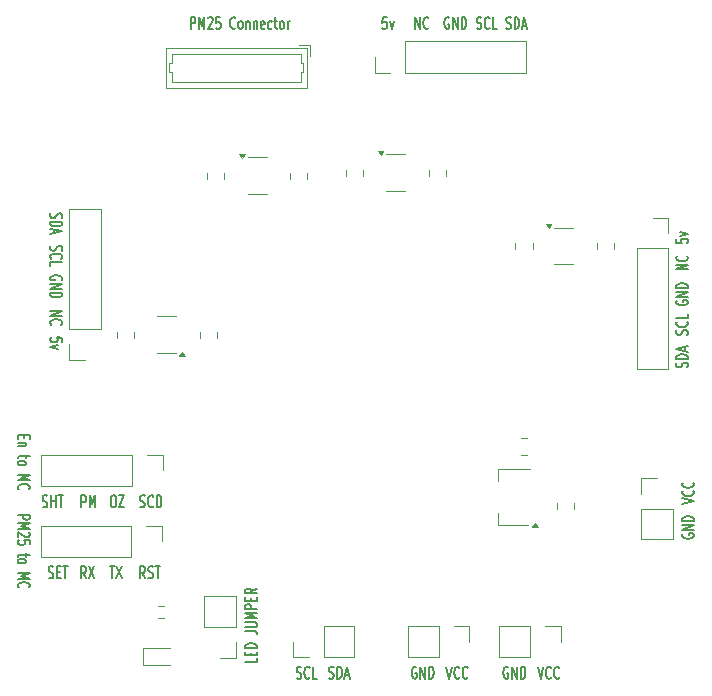
<source format=gbr>
%TF.GenerationSoftware,KiCad,Pcbnew,8.0.6*%
%TF.CreationDate,2025-03-18T14:58:07-04:00*%
%TF.ProjectId,PCB-Test,5043422d-5465-4737-942e-6b696361645f,rev?*%
%TF.SameCoordinates,Original*%
%TF.FileFunction,Legend,Top*%
%TF.FilePolarity,Positive*%
%FSLAX46Y46*%
G04 Gerber Fmt 4.6, Leading zero omitted, Abs format (unit mm)*
G04 Created by KiCad (PCBNEW 8.0.6) date 2025-03-18 14:58:07*
%MOMM*%
%LPD*%
G01*
G04 APERTURE LIST*
%ADD10C,0.150000*%
%ADD11C,0.120000*%
G04 APERTURE END LIST*
D10*
X165515350Y-53369819D02*
X165515350Y-52369819D01*
X165515350Y-52369819D02*
X165782017Y-52369819D01*
X165782017Y-52369819D02*
X165848684Y-52417438D01*
X165848684Y-52417438D02*
X165882017Y-52465057D01*
X165882017Y-52465057D02*
X165915350Y-52560295D01*
X165915350Y-52560295D02*
X165915350Y-52703152D01*
X165915350Y-52703152D02*
X165882017Y-52798390D01*
X165882017Y-52798390D02*
X165848684Y-52846009D01*
X165848684Y-52846009D02*
X165782017Y-52893628D01*
X165782017Y-52893628D02*
X165515350Y-52893628D01*
X166215350Y-53369819D02*
X166215350Y-52369819D01*
X166215350Y-52369819D02*
X166448684Y-53084104D01*
X166448684Y-53084104D02*
X166682017Y-52369819D01*
X166682017Y-52369819D02*
X166682017Y-53369819D01*
X166982017Y-52465057D02*
X167015350Y-52417438D01*
X167015350Y-52417438D02*
X167082017Y-52369819D01*
X167082017Y-52369819D02*
X167248684Y-52369819D01*
X167248684Y-52369819D02*
X167315350Y-52417438D01*
X167315350Y-52417438D02*
X167348684Y-52465057D01*
X167348684Y-52465057D02*
X167382017Y-52560295D01*
X167382017Y-52560295D02*
X167382017Y-52655533D01*
X167382017Y-52655533D02*
X167348684Y-52798390D01*
X167348684Y-52798390D02*
X166948684Y-53369819D01*
X166948684Y-53369819D02*
X167382017Y-53369819D01*
X168015351Y-52369819D02*
X167682017Y-52369819D01*
X167682017Y-52369819D02*
X167648684Y-52846009D01*
X167648684Y-52846009D02*
X167682017Y-52798390D01*
X167682017Y-52798390D02*
X167748684Y-52750771D01*
X167748684Y-52750771D02*
X167915351Y-52750771D01*
X167915351Y-52750771D02*
X167982017Y-52798390D01*
X167982017Y-52798390D02*
X168015351Y-52846009D01*
X168015351Y-52846009D02*
X168048684Y-52941247D01*
X168048684Y-52941247D02*
X168048684Y-53179342D01*
X168048684Y-53179342D02*
X168015351Y-53274580D01*
X168015351Y-53274580D02*
X167982017Y-53322200D01*
X167982017Y-53322200D02*
X167915351Y-53369819D01*
X167915351Y-53369819D02*
X167748684Y-53369819D01*
X167748684Y-53369819D02*
X167682017Y-53322200D01*
X167682017Y-53322200D02*
X167648684Y-53274580D01*
X169282017Y-53274580D02*
X169248684Y-53322200D01*
X169248684Y-53322200D02*
X169148684Y-53369819D01*
X169148684Y-53369819D02*
X169082017Y-53369819D01*
X169082017Y-53369819D02*
X168982017Y-53322200D01*
X168982017Y-53322200D02*
X168915351Y-53226961D01*
X168915351Y-53226961D02*
X168882017Y-53131723D01*
X168882017Y-53131723D02*
X168848684Y-52941247D01*
X168848684Y-52941247D02*
X168848684Y-52798390D01*
X168848684Y-52798390D02*
X168882017Y-52607914D01*
X168882017Y-52607914D02*
X168915351Y-52512676D01*
X168915351Y-52512676D02*
X168982017Y-52417438D01*
X168982017Y-52417438D02*
X169082017Y-52369819D01*
X169082017Y-52369819D02*
X169148684Y-52369819D01*
X169148684Y-52369819D02*
X169248684Y-52417438D01*
X169248684Y-52417438D02*
X169282017Y-52465057D01*
X169682017Y-53369819D02*
X169615351Y-53322200D01*
X169615351Y-53322200D02*
X169582017Y-53274580D01*
X169582017Y-53274580D02*
X169548684Y-53179342D01*
X169548684Y-53179342D02*
X169548684Y-52893628D01*
X169548684Y-52893628D02*
X169582017Y-52798390D01*
X169582017Y-52798390D02*
X169615351Y-52750771D01*
X169615351Y-52750771D02*
X169682017Y-52703152D01*
X169682017Y-52703152D02*
X169782017Y-52703152D01*
X169782017Y-52703152D02*
X169848684Y-52750771D01*
X169848684Y-52750771D02*
X169882017Y-52798390D01*
X169882017Y-52798390D02*
X169915351Y-52893628D01*
X169915351Y-52893628D02*
X169915351Y-53179342D01*
X169915351Y-53179342D02*
X169882017Y-53274580D01*
X169882017Y-53274580D02*
X169848684Y-53322200D01*
X169848684Y-53322200D02*
X169782017Y-53369819D01*
X169782017Y-53369819D02*
X169682017Y-53369819D01*
X170215350Y-52703152D02*
X170215350Y-53369819D01*
X170215350Y-52798390D02*
X170248684Y-52750771D01*
X170248684Y-52750771D02*
X170315350Y-52703152D01*
X170315350Y-52703152D02*
X170415350Y-52703152D01*
X170415350Y-52703152D02*
X170482017Y-52750771D01*
X170482017Y-52750771D02*
X170515350Y-52846009D01*
X170515350Y-52846009D02*
X170515350Y-53369819D01*
X170848683Y-52703152D02*
X170848683Y-53369819D01*
X170848683Y-52798390D02*
X170882017Y-52750771D01*
X170882017Y-52750771D02*
X170948683Y-52703152D01*
X170948683Y-52703152D02*
X171048683Y-52703152D01*
X171048683Y-52703152D02*
X171115350Y-52750771D01*
X171115350Y-52750771D02*
X171148683Y-52846009D01*
X171148683Y-52846009D02*
X171148683Y-53369819D01*
X171748683Y-53322200D02*
X171682016Y-53369819D01*
X171682016Y-53369819D02*
X171548683Y-53369819D01*
X171548683Y-53369819D02*
X171482016Y-53322200D01*
X171482016Y-53322200D02*
X171448683Y-53226961D01*
X171448683Y-53226961D02*
X171448683Y-52846009D01*
X171448683Y-52846009D02*
X171482016Y-52750771D01*
X171482016Y-52750771D02*
X171548683Y-52703152D01*
X171548683Y-52703152D02*
X171682016Y-52703152D01*
X171682016Y-52703152D02*
X171748683Y-52750771D01*
X171748683Y-52750771D02*
X171782016Y-52846009D01*
X171782016Y-52846009D02*
X171782016Y-52941247D01*
X171782016Y-52941247D02*
X171448683Y-53036485D01*
X172382016Y-53322200D02*
X172315350Y-53369819D01*
X172315350Y-53369819D02*
X172182016Y-53369819D01*
X172182016Y-53369819D02*
X172115350Y-53322200D01*
X172115350Y-53322200D02*
X172082016Y-53274580D01*
X172082016Y-53274580D02*
X172048683Y-53179342D01*
X172048683Y-53179342D02*
X172048683Y-52893628D01*
X172048683Y-52893628D02*
X172082016Y-52798390D01*
X172082016Y-52798390D02*
X172115350Y-52750771D01*
X172115350Y-52750771D02*
X172182016Y-52703152D01*
X172182016Y-52703152D02*
X172315350Y-52703152D01*
X172315350Y-52703152D02*
X172382016Y-52750771D01*
X172582016Y-52703152D02*
X172848683Y-52703152D01*
X172682016Y-52369819D02*
X172682016Y-53226961D01*
X172682016Y-53226961D02*
X172715350Y-53322200D01*
X172715350Y-53322200D02*
X172782016Y-53369819D01*
X172782016Y-53369819D02*
X172848683Y-53369819D01*
X173182016Y-53369819D02*
X173115350Y-53322200D01*
X173115350Y-53322200D02*
X173082016Y-53274580D01*
X173082016Y-53274580D02*
X173048683Y-53179342D01*
X173048683Y-53179342D02*
X173048683Y-52893628D01*
X173048683Y-52893628D02*
X173082016Y-52798390D01*
X173082016Y-52798390D02*
X173115350Y-52750771D01*
X173115350Y-52750771D02*
X173182016Y-52703152D01*
X173182016Y-52703152D02*
X173282016Y-52703152D01*
X173282016Y-52703152D02*
X173348683Y-52750771D01*
X173348683Y-52750771D02*
X173382016Y-52798390D01*
X173382016Y-52798390D02*
X173415350Y-52893628D01*
X173415350Y-52893628D02*
X173415350Y-53179342D01*
X173415350Y-53179342D02*
X173382016Y-53274580D01*
X173382016Y-53274580D02*
X173348683Y-53322200D01*
X173348683Y-53322200D02*
X173282016Y-53369819D01*
X173282016Y-53369819D02*
X173182016Y-53369819D01*
X173715349Y-53369819D02*
X173715349Y-52703152D01*
X173715349Y-52893628D02*
X173748683Y-52798390D01*
X173748683Y-52798390D02*
X173782016Y-52750771D01*
X173782016Y-52750771D02*
X173848683Y-52703152D01*
X173848683Y-52703152D02*
X173915349Y-52703152D01*
X207572200Y-79267982D02*
X207619819Y-79167982D01*
X207619819Y-79167982D02*
X207619819Y-79001316D01*
X207619819Y-79001316D02*
X207572200Y-78934649D01*
X207572200Y-78934649D02*
X207524580Y-78901316D01*
X207524580Y-78901316D02*
X207429342Y-78867982D01*
X207429342Y-78867982D02*
X207334104Y-78867982D01*
X207334104Y-78867982D02*
X207238866Y-78901316D01*
X207238866Y-78901316D02*
X207191247Y-78934649D01*
X207191247Y-78934649D02*
X207143628Y-79001316D01*
X207143628Y-79001316D02*
X207096009Y-79134649D01*
X207096009Y-79134649D02*
X207048390Y-79201316D01*
X207048390Y-79201316D02*
X207000771Y-79234649D01*
X207000771Y-79234649D02*
X206905533Y-79267982D01*
X206905533Y-79267982D02*
X206810295Y-79267982D01*
X206810295Y-79267982D02*
X206715057Y-79234649D01*
X206715057Y-79234649D02*
X206667438Y-79201316D01*
X206667438Y-79201316D02*
X206619819Y-79134649D01*
X206619819Y-79134649D02*
X206619819Y-78967982D01*
X206619819Y-78967982D02*
X206667438Y-78867982D01*
X207524580Y-78167982D02*
X207572200Y-78201315D01*
X207572200Y-78201315D02*
X207619819Y-78301315D01*
X207619819Y-78301315D02*
X207619819Y-78367982D01*
X207619819Y-78367982D02*
X207572200Y-78467982D01*
X207572200Y-78467982D02*
X207476961Y-78534649D01*
X207476961Y-78534649D02*
X207381723Y-78567982D01*
X207381723Y-78567982D02*
X207191247Y-78601315D01*
X207191247Y-78601315D02*
X207048390Y-78601315D01*
X207048390Y-78601315D02*
X206857914Y-78567982D01*
X206857914Y-78567982D02*
X206762676Y-78534649D01*
X206762676Y-78534649D02*
X206667438Y-78467982D01*
X206667438Y-78467982D02*
X206619819Y-78367982D01*
X206619819Y-78367982D02*
X206619819Y-78301315D01*
X206619819Y-78301315D02*
X206667438Y-78201315D01*
X206667438Y-78201315D02*
X206715057Y-78167982D01*
X207619819Y-77534649D02*
X207619819Y-77867982D01*
X207619819Y-77867982D02*
X206619819Y-77867982D01*
X192232017Y-53322200D02*
X192332017Y-53369819D01*
X192332017Y-53369819D02*
X192498684Y-53369819D01*
X192498684Y-53369819D02*
X192565350Y-53322200D01*
X192565350Y-53322200D02*
X192598684Y-53274580D01*
X192598684Y-53274580D02*
X192632017Y-53179342D01*
X192632017Y-53179342D02*
X192632017Y-53084104D01*
X192632017Y-53084104D02*
X192598684Y-52988866D01*
X192598684Y-52988866D02*
X192565350Y-52941247D01*
X192565350Y-52941247D02*
X192498684Y-52893628D01*
X192498684Y-52893628D02*
X192365350Y-52846009D01*
X192365350Y-52846009D02*
X192298684Y-52798390D01*
X192298684Y-52798390D02*
X192265350Y-52750771D01*
X192265350Y-52750771D02*
X192232017Y-52655533D01*
X192232017Y-52655533D02*
X192232017Y-52560295D01*
X192232017Y-52560295D02*
X192265350Y-52465057D01*
X192265350Y-52465057D02*
X192298684Y-52417438D01*
X192298684Y-52417438D02*
X192365350Y-52369819D01*
X192365350Y-52369819D02*
X192532017Y-52369819D01*
X192532017Y-52369819D02*
X192632017Y-52417438D01*
X192932017Y-53369819D02*
X192932017Y-52369819D01*
X192932017Y-52369819D02*
X193098684Y-52369819D01*
X193098684Y-52369819D02*
X193198684Y-52417438D01*
X193198684Y-52417438D02*
X193265351Y-52512676D01*
X193265351Y-52512676D02*
X193298684Y-52607914D01*
X193298684Y-52607914D02*
X193332017Y-52798390D01*
X193332017Y-52798390D02*
X193332017Y-52941247D01*
X193332017Y-52941247D02*
X193298684Y-53131723D01*
X193298684Y-53131723D02*
X193265351Y-53226961D01*
X193265351Y-53226961D02*
X193198684Y-53322200D01*
X193198684Y-53322200D02*
X193098684Y-53369819D01*
X193098684Y-53369819D02*
X192932017Y-53369819D01*
X193598684Y-53084104D02*
X193932017Y-53084104D01*
X193532017Y-53369819D02*
X193765351Y-52369819D01*
X193765351Y-52369819D02*
X193998684Y-53369819D01*
X153677800Y-68982017D02*
X153630180Y-69082017D01*
X153630180Y-69082017D02*
X153630180Y-69248684D01*
X153630180Y-69248684D02*
X153677800Y-69315350D01*
X153677800Y-69315350D02*
X153725419Y-69348684D01*
X153725419Y-69348684D02*
X153820657Y-69382017D01*
X153820657Y-69382017D02*
X153915895Y-69382017D01*
X153915895Y-69382017D02*
X154011133Y-69348684D01*
X154011133Y-69348684D02*
X154058752Y-69315350D01*
X154058752Y-69315350D02*
X154106371Y-69248684D01*
X154106371Y-69248684D02*
X154153990Y-69115350D01*
X154153990Y-69115350D02*
X154201609Y-69048684D01*
X154201609Y-69048684D02*
X154249228Y-69015350D01*
X154249228Y-69015350D02*
X154344466Y-68982017D01*
X154344466Y-68982017D02*
X154439704Y-68982017D01*
X154439704Y-68982017D02*
X154534942Y-69015350D01*
X154534942Y-69015350D02*
X154582561Y-69048684D01*
X154582561Y-69048684D02*
X154630180Y-69115350D01*
X154630180Y-69115350D02*
X154630180Y-69282017D01*
X154630180Y-69282017D02*
X154582561Y-69382017D01*
X153630180Y-69682017D02*
X154630180Y-69682017D01*
X154630180Y-69682017D02*
X154630180Y-69848684D01*
X154630180Y-69848684D02*
X154582561Y-69948684D01*
X154582561Y-69948684D02*
X154487323Y-70015351D01*
X154487323Y-70015351D02*
X154392085Y-70048684D01*
X154392085Y-70048684D02*
X154201609Y-70082017D01*
X154201609Y-70082017D02*
X154058752Y-70082017D01*
X154058752Y-70082017D02*
X153868276Y-70048684D01*
X153868276Y-70048684D02*
X153773038Y-70015351D01*
X153773038Y-70015351D02*
X153677800Y-69948684D01*
X153677800Y-69948684D02*
X153630180Y-69848684D01*
X153630180Y-69848684D02*
X153630180Y-69682017D01*
X153915895Y-70348684D02*
X153915895Y-70682017D01*
X153630180Y-70282017D02*
X154630180Y-70515351D01*
X154630180Y-70515351D02*
X153630180Y-70748684D01*
X187165350Y-107369819D02*
X187398684Y-108369819D01*
X187398684Y-108369819D02*
X187632017Y-107369819D01*
X188265350Y-108274580D02*
X188232017Y-108322200D01*
X188232017Y-108322200D02*
X188132017Y-108369819D01*
X188132017Y-108369819D02*
X188065350Y-108369819D01*
X188065350Y-108369819D02*
X187965350Y-108322200D01*
X187965350Y-108322200D02*
X187898684Y-108226961D01*
X187898684Y-108226961D02*
X187865350Y-108131723D01*
X187865350Y-108131723D02*
X187832017Y-107941247D01*
X187832017Y-107941247D02*
X187832017Y-107798390D01*
X187832017Y-107798390D02*
X187865350Y-107607914D01*
X187865350Y-107607914D02*
X187898684Y-107512676D01*
X187898684Y-107512676D02*
X187965350Y-107417438D01*
X187965350Y-107417438D02*
X188065350Y-107369819D01*
X188065350Y-107369819D02*
X188132017Y-107369819D01*
X188132017Y-107369819D02*
X188232017Y-107417438D01*
X188232017Y-107417438D02*
X188265350Y-107465057D01*
X188965350Y-108274580D02*
X188932017Y-108322200D01*
X188932017Y-108322200D02*
X188832017Y-108369819D01*
X188832017Y-108369819D02*
X188765350Y-108369819D01*
X188765350Y-108369819D02*
X188665350Y-108322200D01*
X188665350Y-108322200D02*
X188598684Y-108226961D01*
X188598684Y-108226961D02*
X188565350Y-108131723D01*
X188565350Y-108131723D02*
X188532017Y-107941247D01*
X188532017Y-107941247D02*
X188532017Y-107798390D01*
X188532017Y-107798390D02*
X188565350Y-107607914D01*
X188565350Y-107607914D02*
X188598684Y-107512676D01*
X188598684Y-107512676D02*
X188665350Y-107417438D01*
X188665350Y-107417438D02*
X188765350Y-107369819D01*
X188765350Y-107369819D02*
X188832017Y-107369819D01*
X188832017Y-107369819D02*
X188932017Y-107417438D01*
X188932017Y-107417438D02*
X188965350Y-107465057D01*
X150880180Y-94515350D02*
X151880180Y-94515350D01*
X151880180Y-94515350D02*
X151880180Y-94782017D01*
X151880180Y-94782017D02*
X151832561Y-94848684D01*
X151832561Y-94848684D02*
X151784942Y-94882017D01*
X151784942Y-94882017D02*
X151689704Y-94915350D01*
X151689704Y-94915350D02*
X151546847Y-94915350D01*
X151546847Y-94915350D02*
X151451609Y-94882017D01*
X151451609Y-94882017D02*
X151403990Y-94848684D01*
X151403990Y-94848684D02*
X151356371Y-94782017D01*
X151356371Y-94782017D02*
X151356371Y-94515350D01*
X150880180Y-95215350D02*
X151880180Y-95215350D01*
X151880180Y-95215350D02*
X151165895Y-95448684D01*
X151165895Y-95448684D02*
X151880180Y-95682017D01*
X151880180Y-95682017D02*
X150880180Y-95682017D01*
X151784942Y-95982017D02*
X151832561Y-96015350D01*
X151832561Y-96015350D02*
X151880180Y-96082017D01*
X151880180Y-96082017D02*
X151880180Y-96248684D01*
X151880180Y-96248684D02*
X151832561Y-96315350D01*
X151832561Y-96315350D02*
X151784942Y-96348684D01*
X151784942Y-96348684D02*
X151689704Y-96382017D01*
X151689704Y-96382017D02*
X151594466Y-96382017D01*
X151594466Y-96382017D02*
X151451609Y-96348684D01*
X151451609Y-96348684D02*
X150880180Y-95948684D01*
X150880180Y-95948684D02*
X150880180Y-96382017D01*
X151880180Y-97015351D02*
X151880180Y-96682017D01*
X151880180Y-96682017D02*
X151403990Y-96648684D01*
X151403990Y-96648684D02*
X151451609Y-96682017D01*
X151451609Y-96682017D02*
X151499228Y-96748684D01*
X151499228Y-96748684D02*
X151499228Y-96915351D01*
X151499228Y-96915351D02*
X151451609Y-96982017D01*
X151451609Y-96982017D02*
X151403990Y-97015351D01*
X151403990Y-97015351D02*
X151308752Y-97048684D01*
X151308752Y-97048684D02*
X151070657Y-97048684D01*
X151070657Y-97048684D02*
X150975419Y-97015351D01*
X150975419Y-97015351D02*
X150927800Y-96982017D01*
X150927800Y-96982017D02*
X150880180Y-96915351D01*
X150880180Y-96915351D02*
X150880180Y-96748684D01*
X150880180Y-96748684D02*
X150927800Y-96682017D01*
X150927800Y-96682017D02*
X150975419Y-96648684D01*
X151546847Y-97782017D02*
X151546847Y-98048684D01*
X151880180Y-97882017D02*
X151023038Y-97882017D01*
X151023038Y-97882017D02*
X150927800Y-97915351D01*
X150927800Y-97915351D02*
X150880180Y-97982017D01*
X150880180Y-97982017D02*
X150880180Y-98048684D01*
X150880180Y-98382017D02*
X150927800Y-98315351D01*
X150927800Y-98315351D02*
X150975419Y-98282017D01*
X150975419Y-98282017D02*
X151070657Y-98248684D01*
X151070657Y-98248684D02*
X151356371Y-98248684D01*
X151356371Y-98248684D02*
X151451609Y-98282017D01*
X151451609Y-98282017D02*
X151499228Y-98315351D01*
X151499228Y-98315351D02*
X151546847Y-98382017D01*
X151546847Y-98382017D02*
X151546847Y-98482017D01*
X151546847Y-98482017D02*
X151499228Y-98548684D01*
X151499228Y-98548684D02*
X151451609Y-98582017D01*
X151451609Y-98582017D02*
X151356371Y-98615351D01*
X151356371Y-98615351D02*
X151070657Y-98615351D01*
X151070657Y-98615351D02*
X150975419Y-98582017D01*
X150975419Y-98582017D02*
X150927800Y-98548684D01*
X150927800Y-98548684D02*
X150880180Y-98482017D01*
X150880180Y-98482017D02*
X150880180Y-98382017D01*
X150880180Y-99448683D02*
X151880180Y-99448683D01*
X151880180Y-99448683D02*
X151165895Y-99682017D01*
X151165895Y-99682017D02*
X151880180Y-99915350D01*
X151880180Y-99915350D02*
X150880180Y-99915350D01*
X150975419Y-100648683D02*
X150927800Y-100615350D01*
X150927800Y-100615350D02*
X150880180Y-100515350D01*
X150880180Y-100515350D02*
X150880180Y-100448683D01*
X150880180Y-100448683D02*
X150927800Y-100348683D01*
X150927800Y-100348683D02*
X151023038Y-100282017D01*
X151023038Y-100282017D02*
X151118276Y-100248683D01*
X151118276Y-100248683D02*
X151308752Y-100215350D01*
X151308752Y-100215350D02*
X151451609Y-100215350D01*
X151451609Y-100215350D02*
X151642085Y-100248683D01*
X151642085Y-100248683D02*
X151737323Y-100282017D01*
X151737323Y-100282017D02*
X151832561Y-100348683D01*
X151832561Y-100348683D02*
X151880180Y-100448683D01*
X151880180Y-100448683D02*
X151880180Y-100515350D01*
X151880180Y-100515350D02*
X151832561Y-100615350D01*
X151832561Y-100615350D02*
X151784942Y-100648683D01*
X174482017Y-108322200D02*
X174582017Y-108369819D01*
X174582017Y-108369819D02*
X174748684Y-108369819D01*
X174748684Y-108369819D02*
X174815350Y-108322200D01*
X174815350Y-108322200D02*
X174848684Y-108274580D01*
X174848684Y-108274580D02*
X174882017Y-108179342D01*
X174882017Y-108179342D02*
X174882017Y-108084104D01*
X174882017Y-108084104D02*
X174848684Y-107988866D01*
X174848684Y-107988866D02*
X174815350Y-107941247D01*
X174815350Y-107941247D02*
X174748684Y-107893628D01*
X174748684Y-107893628D02*
X174615350Y-107846009D01*
X174615350Y-107846009D02*
X174548684Y-107798390D01*
X174548684Y-107798390D02*
X174515350Y-107750771D01*
X174515350Y-107750771D02*
X174482017Y-107655533D01*
X174482017Y-107655533D02*
X174482017Y-107560295D01*
X174482017Y-107560295D02*
X174515350Y-107465057D01*
X174515350Y-107465057D02*
X174548684Y-107417438D01*
X174548684Y-107417438D02*
X174615350Y-107369819D01*
X174615350Y-107369819D02*
X174782017Y-107369819D01*
X174782017Y-107369819D02*
X174882017Y-107417438D01*
X175582017Y-108274580D02*
X175548684Y-108322200D01*
X175548684Y-108322200D02*
X175448684Y-108369819D01*
X175448684Y-108369819D02*
X175382017Y-108369819D01*
X175382017Y-108369819D02*
X175282017Y-108322200D01*
X175282017Y-108322200D02*
X175215351Y-108226961D01*
X175215351Y-108226961D02*
X175182017Y-108131723D01*
X175182017Y-108131723D02*
X175148684Y-107941247D01*
X175148684Y-107941247D02*
X175148684Y-107798390D01*
X175148684Y-107798390D02*
X175182017Y-107607914D01*
X175182017Y-107607914D02*
X175215351Y-107512676D01*
X175215351Y-107512676D02*
X175282017Y-107417438D01*
X175282017Y-107417438D02*
X175382017Y-107369819D01*
X175382017Y-107369819D02*
X175448684Y-107369819D01*
X175448684Y-107369819D02*
X175548684Y-107417438D01*
X175548684Y-107417438D02*
X175582017Y-107465057D01*
X176215351Y-108369819D02*
X175882017Y-108369819D01*
X175882017Y-108369819D02*
X175882017Y-107369819D01*
X153482017Y-99822200D02*
X153582017Y-99869819D01*
X153582017Y-99869819D02*
X153748684Y-99869819D01*
X153748684Y-99869819D02*
X153815350Y-99822200D01*
X153815350Y-99822200D02*
X153848684Y-99774580D01*
X153848684Y-99774580D02*
X153882017Y-99679342D01*
X153882017Y-99679342D02*
X153882017Y-99584104D01*
X153882017Y-99584104D02*
X153848684Y-99488866D01*
X153848684Y-99488866D02*
X153815350Y-99441247D01*
X153815350Y-99441247D02*
X153748684Y-99393628D01*
X153748684Y-99393628D02*
X153615350Y-99346009D01*
X153615350Y-99346009D02*
X153548684Y-99298390D01*
X153548684Y-99298390D02*
X153515350Y-99250771D01*
X153515350Y-99250771D02*
X153482017Y-99155533D01*
X153482017Y-99155533D02*
X153482017Y-99060295D01*
X153482017Y-99060295D02*
X153515350Y-98965057D01*
X153515350Y-98965057D02*
X153548684Y-98917438D01*
X153548684Y-98917438D02*
X153615350Y-98869819D01*
X153615350Y-98869819D02*
X153782017Y-98869819D01*
X153782017Y-98869819D02*
X153882017Y-98917438D01*
X154182017Y-99346009D02*
X154415351Y-99346009D01*
X154515351Y-99869819D02*
X154182017Y-99869819D01*
X154182017Y-99869819D02*
X154182017Y-98869819D01*
X154182017Y-98869819D02*
X154515351Y-98869819D01*
X154715350Y-98869819D02*
X155115350Y-98869819D01*
X154915350Y-99869819D02*
X154915350Y-98869819D01*
X156665350Y-99869819D02*
X156432017Y-99393628D01*
X156265350Y-99869819D02*
X156265350Y-98869819D01*
X156265350Y-98869819D02*
X156532017Y-98869819D01*
X156532017Y-98869819D02*
X156598684Y-98917438D01*
X156598684Y-98917438D02*
X156632017Y-98965057D01*
X156632017Y-98965057D02*
X156665350Y-99060295D01*
X156665350Y-99060295D02*
X156665350Y-99203152D01*
X156665350Y-99203152D02*
X156632017Y-99298390D01*
X156632017Y-99298390D02*
X156598684Y-99346009D01*
X156598684Y-99346009D02*
X156532017Y-99393628D01*
X156532017Y-99393628D02*
X156265350Y-99393628D01*
X156898684Y-98869819D02*
X157365350Y-99869819D01*
X157365350Y-98869819D02*
X156898684Y-99869819D01*
X206619819Y-71151316D02*
X206619819Y-71484649D01*
X206619819Y-71484649D02*
X207096009Y-71517982D01*
X207096009Y-71517982D02*
X207048390Y-71484649D01*
X207048390Y-71484649D02*
X207000771Y-71417982D01*
X207000771Y-71417982D02*
X207000771Y-71251316D01*
X207000771Y-71251316D02*
X207048390Y-71184649D01*
X207048390Y-71184649D02*
X207096009Y-71151316D01*
X207096009Y-71151316D02*
X207191247Y-71117982D01*
X207191247Y-71117982D02*
X207429342Y-71117982D01*
X207429342Y-71117982D02*
X207524580Y-71151316D01*
X207524580Y-71151316D02*
X207572200Y-71184649D01*
X207572200Y-71184649D02*
X207619819Y-71251316D01*
X207619819Y-71251316D02*
X207619819Y-71417982D01*
X207619819Y-71417982D02*
X207572200Y-71484649D01*
X207572200Y-71484649D02*
X207524580Y-71517982D01*
X206953152Y-70884649D02*
X207619819Y-70717982D01*
X207619819Y-70717982D02*
X206953152Y-70551315D01*
X187382017Y-52417438D02*
X187315350Y-52369819D01*
X187315350Y-52369819D02*
X187215350Y-52369819D01*
X187215350Y-52369819D02*
X187115350Y-52417438D01*
X187115350Y-52417438D02*
X187048684Y-52512676D01*
X187048684Y-52512676D02*
X187015350Y-52607914D01*
X187015350Y-52607914D02*
X186982017Y-52798390D01*
X186982017Y-52798390D02*
X186982017Y-52941247D01*
X186982017Y-52941247D02*
X187015350Y-53131723D01*
X187015350Y-53131723D02*
X187048684Y-53226961D01*
X187048684Y-53226961D02*
X187115350Y-53322200D01*
X187115350Y-53322200D02*
X187215350Y-53369819D01*
X187215350Y-53369819D02*
X187282017Y-53369819D01*
X187282017Y-53369819D02*
X187382017Y-53322200D01*
X187382017Y-53322200D02*
X187415350Y-53274580D01*
X187415350Y-53274580D02*
X187415350Y-52941247D01*
X187415350Y-52941247D02*
X187282017Y-52941247D01*
X187715350Y-53369819D02*
X187715350Y-52369819D01*
X187715350Y-52369819D02*
X188115350Y-53369819D01*
X188115350Y-53369819D02*
X188115350Y-52369819D01*
X188448683Y-53369819D02*
X188448683Y-52369819D01*
X188448683Y-52369819D02*
X188615350Y-52369819D01*
X188615350Y-52369819D02*
X188715350Y-52417438D01*
X188715350Y-52417438D02*
X188782017Y-52512676D01*
X188782017Y-52512676D02*
X188815350Y-52607914D01*
X188815350Y-52607914D02*
X188848683Y-52798390D01*
X188848683Y-52798390D02*
X188848683Y-52941247D01*
X188848683Y-52941247D02*
X188815350Y-53131723D01*
X188815350Y-53131723D02*
X188782017Y-53226961D01*
X188782017Y-53226961D02*
X188715350Y-53322200D01*
X188715350Y-53322200D02*
X188615350Y-53369819D01*
X188615350Y-53369819D02*
X188448683Y-53369819D01*
X207619819Y-73734649D02*
X206619819Y-73734649D01*
X206619819Y-73734649D02*
X207619819Y-73334649D01*
X207619819Y-73334649D02*
X206619819Y-73334649D01*
X207524580Y-72601316D02*
X207572200Y-72634649D01*
X207572200Y-72634649D02*
X207619819Y-72734649D01*
X207619819Y-72734649D02*
X207619819Y-72801316D01*
X207619819Y-72801316D02*
X207572200Y-72901316D01*
X207572200Y-72901316D02*
X207476961Y-72967983D01*
X207476961Y-72967983D02*
X207381723Y-73001316D01*
X207381723Y-73001316D02*
X207191247Y-73034649D01*
X207191247Y-73034649D02*
X207048390Y-73034649D01*
X207048390Y-73034649D02*
X206857914Y-73001316D01*
X206857914Y-73001316D02*
X206762676Y-72967983D01*
X206762676Y-72967983D02*
X206667438Y-72901316D01*
X206667438Y-72901316D02*
X206619819Y-72801316D01*
X206619819Y-72801316D02*
X206619819Y-72734649D01*
X206619819Y-72734649D02*
X206667438Y-72634649D01*
X206667438Y-72634649D02*
X206715057Y-72601316D01*
X192382017Y-107417438D02*
X192315350Y-107369819D01*
X192315350Y-107369819D02*
X192215350Y-107369819D01*
X192215350Y-107369819D02*
X192115350Y-107417438D01*
X192115350Y-107417438D02*
X192048684Y-107512676D01*
X192048684Y-107512676D02*
X192015350Y-107607914D01*
X192015350Y-107607914D02*
X191982017Y-107798390D01*
X191982017Y-107798390D02*
X191982017Y-107941247D01*
X191982017Y-107941247D02*
X192015350Y-108131723D01*
X192015350Y-108131723D02*
X192048684Y-108226961D01*
X192048684Y-108226961D02*
X192115350Y-108322200D01*
X192115350Y-108322200D02*
X192215350Y-108369819D01*
X192215350Y-108369819D02*
X192282017Y-108369819D01*
X192282017Y-108369819D02*
X192382017Y-108322200D01*
X192382017Y-108322200D02*
X192415350Y-108274580D01*
X192415350Y-108274580D02*
X192415350Y-107941247D01*
X192415350Y-107941247D02*
X192282017Y-107941247D01*
X192715350Y-108369819D02*
X192715350Y-107369819D01*
X192715350Y-107369819D02*
X193115350Y-108369819D01*
X193115350Y-108369819D02*
X193115350Y-107369819D01*
X193448683Y-108369819D02*
X193448683Y-107369819D01*
X193448683Y-107369819D02*
X193615350Y-107369819D01*
X193615350Y-107369819D02*
X193715350Y-107417438D01*
X193715350Y-107417438D02*
X193782017Y-107512676D01*
X193782017Y-107512676D02*
X193815350Y-107607914D01*
X193815350Y-107607914D02*
X193848683Y-107798390D01*
X193848683Y-107798390D02*
X193848683Y-107941247D01*
X193848683Y-107941247D02*
X193815350Y-108131723D01*
X193815350Y-108131723D02*
X193782017Y-108226961D01*
X193782017Y-108226961D02*
X193715350Y-108322200D01*
X193715350Y-108322200D02*
X193615350Y-108369819D01*
X193615350Y-108369819D02*
X193448683Y-108369819D01*
X194915350Y-107369819D02*
X195148684Y-108369819D01*
X195148684Y-108369819D02*
X195382017Y-107369819D01*
X196015350Y-108274580D02*
X195982017Y-108322200D01*
X195982017Y-108322200D02*
X195882017Y-108369819D01*
X195882017Y-108369819D02*
X195815350Y-108369819D01*
X195815350Y-108369819D02*
X195715350Y-108322200D01*
X195715350Y-108322200D02*
X195648684Y-108226961D01*
X195648684Y-108226961D02*
X195615350Y-108131723D01*
X195615350Y-108131723D02*
X195582017Y-107941247D01*
X195582017Y-107941247D02*
X195582017Y-107798390D01*
X195582017Y-107798390D02*
X195615350Y-107607914D01*
X195615350Y-107607914D02*
X195648684Y-107512676D01*
X195648684Y-107512676D02*
X195715350Y-107417438D01*
X195715350Y-107417438D02*
X195815350Y-107369819D01*
X195815350Y-107369819D02*
X195882017Y-107369819D01*
X195882017Y-107369819D02*
X195982017Y-107417438D01*
X195982017Y-107417438D02*
X196015350Y-107465057D01*
X196715350Y-108274580D02*
X196682017Y-108322200D01*
X196682017Y-108322200D02*
X196582017Y-108369819D01*
X196582017Y-108369819D02*
X196515350Y-108369819D01*
X196515350Y-108369819D02*
X196415350Y-108322200D01*
X196415350Y-108322200D02*
X196348684Y-108226961D01*
X196348684Y-108226961D02*
X196315350Y-108131723D01*
X196315350Y-108131723D02*
X196282017Y-107941247D01*
X196282017Y-107941247D02*
X196282017Y-107798390D01*
X196282017Y-107798390D02*
X196315350Y-107607914D01*
X196315350Y-107607914D02*
X196348684Y-107512676D01*
X196348684Y-107512676D02*
X196415350Y-107417438D01*
X196415350Y-107417438D02*
X196515350Y-107369819D01*
X196515350Y-107369819D02*
X196582017Y-107369819D01*
X196582017Y-107369819D02*
X196682017Y-107417438D01*
X196682017Y-107417438D02*
X196715350Y-107465057D01*
X156265350Y-93869819D02*
X156265350Y-92869819D01*
X156265350Y-92869819D02*
X156532017Y-92869819D01*
X156532017Y-92869819D02*
X156598684Y-92917438D01*
X156598684Y-92917438D02*
X156632017Y-92965057D01*
X156632017Y-92965057D02*
X156665350Y-93060295D01*
X156665350Y-93060295D02*
X156665350Y-93203152D01*
X156665350Y-93203152D02*
X156632017Y-93298390D01*
X156632017Y-93298390D02*
X156598684Y-93346009D01*
X156598684Y-93346009D02*
X156532017Y-93393628D01*
X156532017Y-93393628D02*
X156265350Y-93393628D01*
X156965350Y-93869819D02*
X156965350Y-92869819D01*
X156965350Y-92869819D02*
X157198684Y-93584104D01*
X157198684Y-93584104D02*
X157432017Y-92869819D01*
X157432017Y-92869819D02*
X157432017Y-93869819D01*
X154630180Y-79848684D02*
X154630180Y-79515350D01*
X154630180Y-79515350D02*
X154153990Y-79482017D01*
X154153990Y-79482017D02*
X154201609Y-79515350D01*
X154201609Y-79515350D02*
X154249228Y-79582017D01*
X154249228Y-79582017D02*
X154249228Y-79748684D01*
X154249228Y-79748684D02*
X154201609Y-79815350D01*
X154201609Y-79815350D02*
X154153990Y-79848684D01*
X154153990Y-79848684D02*
X154058752Y-79882017D01*
X154058752Y-79882017D02*
X153820657Y-79882017D01*
X153820657Y-79882017D02*
X153725419Y-79848684D01*
X153725419Y-79848684D02*
X153677800Y-79815350D01*
X153677800Y-79815350D02*
X153630180Y-79748684D01*
X153630180Y-79748684D02*
X153630180Y-79582017D01*
X153630180Y-79582017D02*
X153677800Y-79515350D01*
X153677800Y-79515350D02*
X153725419Y-79482017D01*
X154296847Y-80115351D02*
X153630180Y-80282017D01*
X153630180Y-80282017D02*
X154296847Y-80448684D01*
X158898684Y-92869819D02*
X159032017Y-92869819D01*
X159032017Y-92869819D02*
X159098684Y-92917438D01*
X159098684Y-92917438D02*
X159165350Y-93012676D01*
X159165350Y-93012676D02*
X159198684Y-93203152D01*
X159198684Y-93203152D02*
X159198684Y-93536485D01*
X159198684Y-93536485D02*
X159165350Y-93726961D01*
X159165350Y-93726961D02*
X159098684Y-93822200D01*
X159098684Y-93822200D02*
X159032017Y-93869819D01*
X159032017Y-93869819D02*
X158898684Y-93869819D01*
X158898684Y-93869819D02*
X158832017Y-93822200D01*
X158832017Y-93822200D02*
X158765350Y-93726961D01*
X158765350Y-93726961D02*
X158732017Y-93536485D01*
X158732017Y-93536485D02*
X158732017Y-93203152D01*
X158732017Y-93203152D02*
X158765350Y-93012676D01*
X158765350Y-93012676D02*
X158832017Y-92917438D01*
X158832017Y-92917438D02*
X158898684Y-92869819D01*
X159432017Y-92869819D02*
X159898683Y-92869819D01*
X159898683Y-92869819D02*
X159432017Y-93869819D01*
X159432017Y-93869819D02*
X159898683Y-93869819D01*
X153630180Y-77265350D02*
X154630180Y-77265350D01*
X154630180Y-77265350D02*
X153630180Y-77665350D01*
X153630180Y-77665350D02*
X154630180Y-77665350D01*
X153725419Y-78398683D02*
X153677800Y-78365350D01*
X153677800Y-78365350D02*
X153630180Y-78265350D01*
X153630180Y-78265350D02*
X153630180Y-78198683D01*
X153630180Y-78198683D02*
X153677800Y-78098683D01*
X153677800Y-78098683D02*
X153773038Y-78032017D01*
X153773038Y-78032017D02*
X153868276Y-77998683D01*
X153868276Y-77998683D02*
X154058752Y-77965350D01*
X154058752Y-77965350D02*
X154201609Y-77965350D01*
X154201609Y-77965350D02*
X154392085Y-77998683D01*
X154392085Y-77998683D02*
X154487323Y-78032017D01*
X154487323Y-78032017D02*
X154582561Y-78098683D01*
X154582561Y-78098683D02*
X154630180Y-78198683D01*
X154630180Y-78198683D02*
X154630180Y-78265350D01*
X154630180Y-78265350D02*
X154582561Y-78365350D01*
X154582561Y-78365350D02*
X154534942Y-78398683D01*
X151403990Y-87765350D02*
X151403990Y-87998684D01*
X150880180Y-88098684D02*
X150880180Y-87765350D01*
X150880180Y-87765350D02*
X151880180Y-87765350D01*
X151880180Y-87765350D02*
X151880180Y-88098684D01*
X151546847Y-88398683D02*
X150880180Y-88398683D01*
X151451609Y-88398683D02*
X151499228Y-88432017D01*
X151499228Y-88432017D02*
X151546847Y-88498683D01*
X151546847Y-88498683D02*
X151546847Y-88598683D01*
X151546847Y-88598683D02*
X151499228Y-88665350D01*
X151499228Y-88665350D02*
X151403990Y-88698683D01*
X151403990Y-88698683D02*
X150880180Y-88698683D01*
X151546847Y-89465349D02*
X151546847Y-89732016D01*
X151880180Y-89565349D02*
X151023038Y-89565349D01*
X151023038Y-89565349D02*
X150927800Y-89598683D01*
X150927800Y-89598683D02*
X150880180Y-89665349D01*
X150880180Y-89665349D02*
X150880180Y-89732016D01*
X150880180Y-90065349D02*
X150927800Y-89998683D01*
X150927800Y-89998683D02*
X150975419Y-89965349D01*
X150975419Y-89965349D02*
X151070657Y-89932016D01*
X151070657Y-89932016D02*
X151356371Y-89932016D01*
X151356371Y-89932016D02*
X151451609Y-89965349D01*
X151451609Y-89965349D02*
X151499228Y-89998683D01*
X151499228Y-89998683D02*
X151546847Y-90065349D01*
X151546847Y-90065349D02*
X151546847Y-90165349D01*
X151546847Y-90165349D02*
X151499228Y-90232016D01*
X151499228Y-90232016D02*
X151451609Y-90265349D01*
X151451609Y-90265349D02*
X151356371Y-90298683D01*
X151356371Y-90298683D02*
X151070657Y-90298683D01*
X151070657Y-90298683D02*
X150975419Y-90265349D01*
X150975419Y-90265349D02*
X150927800Y-90232016D01*
X150927800Y-90232016D02*
X150880180Y-90165349D01*
X150880180Y-90165349D02*
X150880180Y-90065349D01*
X150880180Y-91132015D02*
X151880180Y-91132015D01*
X151880180Y-91132015D02*
X151165895Y-91365349D01*
X151165895Y-91365349D02*
X151880180Y-91598682D01*
X151880180Y-91598682D02*
X150880180Y-91598682D01*
X150975419Y-92332015D02*
X150927800Y-92298682D01*
X150927800Y-92298682D02*
X150880180Y-92198682D01*
X150880180Y-92198682D02*
X150880180Y-92132015D01*
X150880180Y-92132015D02*
X150927800Y-92032015D01*
X150927800Y-92032015D02*
X151023038Y-91965349D01*
X151023038Y-91965349D02*
X151118276Y-91932015D01*
X151118276Y-91932015D02*
X151308752Y-91898682D01*
X151308752Y-91898682D02*
X151451609Y-91898682D01*
X151451609Y-91898682D02*
X151642085Y-91932015D01*
X151642085Y-91932015D02*
X151737323Y-91965349D01*
X151737323Y-91965349D02*
X151832561Y-92032015D01*
X151832561Y-92032015D02*
X151880180Y-92132015D01*
X151880180Y-92132015D02*
X151880180Y-92198682D01*
X151880180Y-92198682D02*
X151832561Y-92298682D01*
X151832561Y-92298682D02*
X151784942Y-92332015D01*
X171119819Y-106651316D02*
X171119819Y-106984649D01*
X171119819Y-106984649D02*
X170119819Y-106984649D01*
X170596009Y-106417982D02*
X170596009Y-106184649D01*
X171119819Y-106084649D02*
X171119819Y-106417982D01*
X171119819Y-106417982D02*
X170119819Y-106417982D01*
X170119819Y-106417982D02*
X170119819Y-106084649D01*
X171119819Y-105784649D02*
X170119819Y-105784649D01*
X170119819Y-105784649D02*
X170119819Y-105617982D01*
X170119819Y-105617982D02*
X170167438Y-105517982D01*
X170167438Y-105517982D02*
X170262676Y-105451316D01*
X170262676Y-105451316D02*
X170357914Y-105417982D01*
X170357914Y-105417982D02*
X170548390Y-105384649D01*
X170548390Y-105384649D02*
X170691247Y-105384649D01*
X170691247Y-105384649D02*
X170881723Y-105417982D01*
X170881723Y-105417982D02*
X170976961Y-105451316D01*
X170976961Y-105451316D02*
X171072200Y-105517982D01*
X171072200Y-105517982D02*
X171119819Y-105617982D01*
X171119819Y-105617982D02*
X171119819Y-105784649D01*
X170119819Y-104351316D02*
X170834104Y-104351316D01*
X170834104Y-104351316D02*
X170976961Y-104384649D01*
X170976961Y-104384649D02*
X171072200Y-104451316D01*
X171072200Y-104451316D02*
X171119819Y-104551316D01*
X171119819Y-104551316D02*
X171119819Y-104617983D01*
X170119819Y-104017983D02*
X170929342Y-104017983D01*
X170929342Y-104017983D02*
X171024580Y-103984650D01*
X171024580Y-103984650D02*
X171072200Y-103951316D01*
X171072200Y-103951316D02*
X171119819Y-103884650D01*
X171119819Y-103884650D02*
X171119819Y-103751316D01*
X171119819Y-103751316D02*
X171072200Y-103684650D01*
X171072200Y-103684650D02*
X171024580Y-103651316D01*
X171024580Y-103651316D02*
X170929342Y-103617983D01*
X170929342Y-103617983D02*
X170119819Y-103617983D01*
X171119819Y-103284650D02*
X170119819Y-103284650D01*
X170119819Y-103284650D02*
X170834104Y-103051317D01*
X170834104Y-103051317D02*
X170119819Y-102817983D01*
X170119819Y-102817983D02*
X171119819Y-102817983D01*
X171119819Y-102484650D02*
X170119819Y-102484650D01*
X170119819Y-102484650D02*
X170119819Y-102217983D01*
X170119819Y-102217983D02*
X170167438Y-102151317D01*
X170167438Y-102151317D02*
X170215057Y-102117983D01*
X170215057Y-102117983D02*
X170310295Y-102084650D01*
X170310295Y-102084650D02*
X170453152Y-102084650D01*
X170453152Y-102084650D02*
X170548390Y-102117983D01*
X170548390Y-102117983D02*
X170596009Y-102151317D01*
X170596009Y-102151317D02*
X170643628Y-102217983D01*
X170643628Y-102217983D02*
X170643628Y-102484650D01*
X170596009Y-101784650D02*
X170596009Y-101551317D01*
X171119819Y-101451317D02*
X171119819Y-101784650D01*
X171119819Y-101784650D02*
X170119819Y-101784650D01*
X170119819Y-101784650D02*
X170119819Y-101451317D01*
X171119819Y-100751317D02*
X170643628Y-100984650D01*
X171119819Y-101151317D02*
X170119819Y-101151317D01*
X170119819Y-101151317D02*
X170119819Y-100884650D01*
X170119819Y-100884650D02*
X170167438Y-100817984D01*
X170167438Y-100817984D02*
X170215057Y-100784650D01*
X170215057Y-100784650D02*
X170310295Y-100751317D01*
X170310295Y-100751317D02*
X170453152Y-100751317D01*
X170453152Y-100751317D02*
X170548390Y-100784650D01*
X170548390Y-100784650D02*
X170596009Y-100817984D01*
X170596009Y-100817984D02*
X170643628Y-100884650D01*
X170643628Y-100884650D02*
X170643628Y-101151317D01*
X152982017Y-93822200D02*
X153082017Y-93869819D01*
X153082017Y-93869819D02*
X153248684Y-93869819D01*
X153248684Y-93869819D02*
X153315350Y-93822200D01*
X153315350Y-93822200D02*
X153348684Y-93774580D01*
X153348684Y-93774580D02*
X153382017Y-93679342D01*
X153382017Y-93679342D02*
X153382017Y-93584104D01*
X153382017Y-93584104D02*
X153348684Y-93488866D01*
X153348684Y-93488866D02*
X153315350Y-93441247D01*
X153315350Y-93441247D02*
X153248684Y-93393628D01*
X153248684Y-93393628D02*
X153115350Y-93346009D01*
X153115350Y-93346009D02*
X153048684Y-93298390D01*
X153048684Y-93298390D02*
X153015350Y-93250771D01*
X153015350Y-93250771D02*
X152982017Y-93155533D01*
X152982017Y-93155533D02*
X152982017Y-93060295D01*
X152982017Y-93060295D02*
X153015350Y-92965057D01*
X153015350Y-92965057D02*
X153048684Y-92917438D01*
X153048684Y-92917438D02*
X153115350Y-92869819D01*
X153115350Y-92869819D02*
X153282017Y-92869819D01*
X153282017Y-92869819D02*
X153382017Y-92917438D01*
X153682017Y-93869819D02*
X153682017Y-92869819D01*
X153682017Y-93346009D02*
X154082017Y-93346009D01*
X154082017Y-93869819D02*
X154082017Y-92869819D01*
X154315350Y-92869819D02*
X154715350Y-92869819D01*
X154515350Y-93869819D02*
X154515350Y-92869819D01*
X161232017Y-93822200D02*
X161332017Y-93869819D01*
X161332017Y-93869819D02*
X161498684Y-93869819D01*
X161498684Y-93869819D02*
X161565350Y-93822200D01*
X161565350Y-93822200D02*
X161598684Y-93774580D01*
X161598684Y-93774580D02*
X161632017Y-93679342D01*
X161632017Y-93679342D02*
X161632017Y-93584104D01*
X161632017Y-93584104D02*
X161598684Y-93488866D01*
X161598684Y-93488866D02*
X161565350Y-93441247D01*
X161565350Y-93441247D02*
X161498684Y-93393628D01*
X161498684Y-93393628D02*
X161365350Y-93346009D01*
X161365350Y-93346009D02*
X161298684Y-93298390D01*
X161298684Y-93298390D02*
X161265350Y-93250771D01*
X161265350Y-93250771D02*
X161232017Y-93155533D01*
X161232017Y-93155533D02*
X161232017Y-93060295D01*
X161232017Y-93060295D02*
X161265350Y-92965057D01*
X161265350Y-92965057D02*
X161298684Y-92917438D01*
X161298684Y-92917438D02*
X161365350Y-92869819D01*
X161365350Y-92869819D02*
X161532017Y-92869819D01*
X161532017Y-92869819D02*
X161632017Y-92917438D01*
X162332017Y-93774580D02*
X162298684Y-93822200D01*
X162298684Y-93822200D02*
X162198684Y-93869819D01*
X162198684Y-93869819D02*
X162132017Y-93869819D01*
X162132017Y-93869819D02*
X162032017Y-93822200D01*
X162032017Y-93822200D02*
X161965351Y-93726961D01*
X161965351Y-93726961D02*
X161932017Y-93631723D01*
X161932017Y-93631723D02*
X161898684Y-93441247D01*
X161898684Y-93441247D02*
X161898684Y-93298390D01*
X161898684Y-93298390D02*
X161932017Y-93107914D01*
X161932017Y-93107914D02*
X161965351Y-93012676D01*
X161965351Y-93012676D02*
X162032017Y-92917438D01*
X162032017Y-92917438D02*
X162132017Y-92869819D01*
X162132017Y-92869819D02*
X162198684Y-92869819D01*
X162198684Y-92869819D02*
X162298684Y-92917438D01*
X162298684Y-92917438D02*
X162332017Y-92965057D01*
X162632017Y-93869819D02*
X162632017Y-92869819D01*
X162632017Y-92869819D02*
X162798684Y-92869819D01*
X162798684Y-92869819D02*
X162898684Y-92917438D01*
X162898684Y-92917438D02*
X162965351Y-93012676D01*
X162965351Y-93012676D02*
X162998684Y-93107914D01*
X162998684Y-93107914D02*
X163032017Y-93298390D01*
X163032017Y-93298390D02*
X163032017Y-93441247D01*
X163032017Y-93441247D02*
X162998684Y-93631723D01*
X162998684Y-93631723D02*
X162965351Y-93726961D01*
X162965351Y-93726961D02*
X162898684Y-93822200D01*
X162898684Y-93822200D02*
X162798684Y-93869819D01*
X162798684Y-93869819D02*
X162632017Y-93869819D01*
X207167438Y-96117982D02*
X207119819Y-96184649D01*
X207119819Y-96184649D02*
X207119819Y-96284649D01*
X207119819Y-96284649D02*
X207167438Y-96384649D01*
X207167438Y-96384649D02*
X207262676Y-96451316D01*
X207262676Y-96451316D02*
X207357914Y-96484649D01*
X207357914Y-96484649D02*
X207548390Y-96517982D01*
X207548390Y-96517982D02*
X207691247Y-96517982D01*
X207691247Y-96517982D02*
X207881723Y-96484649D01*
X207881723Y-96484649D02*
X207976961Y-96451316D01*
X207976961Y-96451316D02*
X208072200Y-96384649D01*
X208072200Y-96384649D02*
X208119819Y-96284649D01*
X208119819Y-96284649D02*
X208119819Y-96217982D01*
X208119819Y-96217982D02*
X208072200Y-96117982D01*
X208072200Y-96117982D02*
X208024580Y-96084649D01*
X208024580Y-96084649D02*
X207691247Y-96084649D01*
X207691247Y-96084649D02*
X207691247Y-96217982D01*
X208119819Y-95784649D02*
X207119819Y-95784649D01*
X207119819Y-95784649D02*
X208119819Y-95384649D01*
X208119819Y-95384649D02*
X207119819Y-95384649D01*
X208119819Y-95051316D02*
X207119819Y-95051316D01*
X207119819Y-95051316D02*
X207119819Y-94884649D01*
X207119819Y-94884649D02*
X207167438Y-94784649D01*
X207167438Y-94784649D02*
X207262676Y-94717983D01*
X207262676Y-94717983D02*
X207357914Y-94684649D01*
X207357914Y-94684649D02*
X207548390Y-94651316D01*
X207548390Y-94651316D02*
X207691247Y-94651316D01*
X207691247Y-94651316D02*
X207881723Y-94684649D01*
X207881723Y-94684649D02*
X207976961Y-94717983D01*
X207976961Y-94717983D02*
X208072200Y-94784649D01*
X208072200Y-94784649D02*
X208119819Y-94884649D01*
X208119819Y-94884649D02*
X208119819Y-95051316D01*
X207119819Y-93584649D02*
X208119819Y-93351316D01*
X208119819Y-93351316D02*
X207119819Y-93117982D01*
X208024580Y-92484649D02*
X208072200Y-92517982D01*
X208072200Y-92517982D02*
X208119819Y-92617982D01*
X208119819Y-92617982D02*
X208119819Y-92684649D01*
X208119819Y-92684649D02*
X208072200Y-92784649D01*
X208072200Y-92784649D02*
X207976961Y-92851316D01*
X207976961Y-92851316D02*
X207881723Y-92884649D01*
X207881723Y-92884649D02*
X207691247Y-92917982D01*
X207691247Y-92917982D02*
X207548390Y-92917982D01*
X207548390Y-92917982D02*
X207357914Y-92884649D01*
X207357914Y-92884649D02*
X207262676Y-92851316D01*
X207262676Y-92851316D02*
X207167438Y-92784649D01*
X207167438Y-92784649D02*
X207119819Y-92684649D01*
X207119819Y-92684649D02*
X207119819Y-92617982D01*
X207119819Y-92617982D02*
X207167438Y-92517982D01*
X207167438Y-92517982D02*
X207215057Y-92484649D01*
X208024580Y-91784649D02*
X208072200Y-91817982D01*
X208072200Y-91817982D02*
X208119819Y-91917982D01*
X208119819Y-91917982D02*
X208119819Y-91984649D01*
X208119819Y-91984649D02*
X208072200Y-92084649D01*
X208072200Y-92084649D02*
X207976961Y-92151316D01*
X207976961Y-92151316D02*
X207881723Y-92184649D01*
X207881723Y-92184649D02*
X207691247Y-92217982D01*
X207691247Y-92217982D02*
X207548390Y-92217982D01*
X207548390Y-92217982D02*
X207357914Y-92184649D01*
X207357914Y-92184649D02*
X207262676Y-92151316D01*
X207262676Y-92151316D02*
X207167438Y-92084649D01*
X207167438Y-92084649D02*
X207119819Y-91984649D01*
X207119819Y-91984649D02*
X207119819Y-91917982D01*
X207119819Y-91917982D02*
X207167438Y-91817982D01*
X207167438Y-91817982D02*
X207215057Y-91784649D01*
X161665350Y-99869819D02*
X161432017Y-99393628D01*
X161265350Y-99869819D02*
X161265350Y-98869819D01*
X161265350Y-98869819D02*
X161532017Y-98869819D01*
X161532017Y-98869819D02*
X161598684Y-98917438D01*
X161598684Y-98917438D02*
X161632017Y-98965057D01*
X161632017Y-98965057D02*
X161665350Y-99060295D01*
X161665350Y-99060295D02*
X161665350Y-99203152D01*
X161665350Y-99203152D02*
X161632017Y-99298390D01*
X161632017Y-99298390D02*
X161598684Y-99346009D01*
X161598684Y-99346009D02*
X161532017Y-99393628D01*
X161532017Y-99393628D02*
X161265350Y-99393628D01*
X161932017Y-99822200D02*
X162032017Y-99869819D01*
X162032017Y-99869819D02*
X162198684Y-99869819D01*
X162198684Y-99869819D02*
X162265350Y-99822200D01*
X162265350Y-99822200D02*
X162298684Y-99774580D01*
X162298684Y-99774580D02*
X162332017Y-99679342D01*
X162332017Y-99679342D02*
X162332017Y-99584104D01*
X162332017Y-99584104D02*
X162298684Y-99488866D01*
X162298684Y-99488866D02*
X162265350Y-99441247D01*
X162265350Y-99441247D02*
X162198684Y-99393628D01*
X162198684Y-99393628D02*
X162065350Y-99346009D01*
X162065350Y-99346009D02*
X161998684Y-99298390D01*
X161998684Y-99298390D02*
X161965350Y-99250771D01*
X161965350Y-99250771D02*
X161932017Y-99155533D01*
X161932017Y-99155533D02*
X161932017Y-99060295D01*
X161932017Y-99060295D02*
X161965350Y-98965057D01*
X161965350Y-98965057D02*
X161998684Y-98917438D01*
X161998684Y-98917438D02*
X162065350Y-98869819D01*
X162065350Y-98869819D02*
X162232017Y-98869819D01*
X162232017Y-98869819D02*
X162332017Y-98917438D01*
X162532017Y-98869819D02*
X162932017Y-98869819D01*
X162732017Y-99869819D02*
X162732017Y-98869819D01*
X184515350Y-53369819D02*
X184515350Y-52369819D01*
X184515350Y-52369819D02*
X184915350Y-53369819D01*
X184915350Y-53369819D02*
X184915350Y-52369819D01*
X185648683Y-53274580D02*
X185615350Y-53322200D01*
X185615350Y-53322200D02*
X185515350Y-53369819D01*
X185515350Y-53369819D02*
X185448683Y-53369819D01*
X185448683Y-53369819D02*
X185348683Y-53322200D01*
X185348683Y-53322200D02*
X185282017Y-53226961D01*
X185282017Y-53226961D02*
X185248683Y-53131723D01*
X185248683Y-53131723D02*
X185215350Y-52941247D01*
X185215350Y-52941247D02*
X185215350Y-52798390D01*
X185215350Y-52798390D02*
X185248683Y-52607914D01*
X185248683Y-52607914D02*
X185282017Y-52512676D01*
X185282017Y-52512676D02*
X185348683Y-52417438D01*
X185348683Y-52417438D02*
X185448683Y-52369819D01*
X185448683Y-52369819D02*
X185515350Y-52369819D01*
X185515350Y-52369819D02*
X185615350Y-52417438D01*
X185615350Y-52417438D02*
X185648683Y-52465057D01*
X206667438Y-76367982D02*
X206619819Y-76434649D01*
X206619819Y-76434649D02*
X206619819Y-76534649D01*
X206619819Y-76534649D02*
X206667438Y-76634649D01*
X206667438Y-76634649D02*
X206762676Y-76701316D01*
X206762676Y-76701316D02*
X206857914Y-76734649D01*
X206857914Y-76734649D02*
X207048390Y-76767982D01*
X207048390Y-76767982D02*
X207191247Y-76767982D01*
X207191247Y-76767982D02*
X207381723Y-76734649D01*
X207381723Y-76734649D02*
X207476961Y-76701316D01*
X207476961Y-76701316D02*
X207572200Y-76634649D01*
X207572200Y-76634649D02*
X207619819Y-76534649D01*
X207619819Y-76534649D02*
X207619819Y-76467982D01*
X207619819Y-76467982D02*
X207572200Y-76367982D01*
X207572200Y-76367982D02*
X207524580Y-76334649D01*
X207524580Y-76334649D02*
X207191247Y-76334649D01*
X207191247Y-76334649D02*
X207191247Y-76467982D01*
X207619819Y-76034649D02*
X206619819Y-76034649D01*
X206619819Y-76034649D02*
X207619819Y-75634649D01*
X207619819Y-75634649D02*
X206619819Y-75634649D01*
X207619819Y-75301316D02*
X206619819Y-75301316D01*
X206619819Y-75301316D02*
X206619819Y-75134649D01*
X206619819Y-75134649D02*
X206667438Y-75034649D01*
X206667438Y-75034649D02*
X206762676Y-74967983D01*
X206762676Y-74967983D02*
X206857914Y-74934649D01*
X206857914Y-74934649D02*
X207048390Y-74901316D01*
X207048390Y-74901316D02*
X207191247Y-74901316D01*
X207191247Y-74901316D02*
X207381723Y-74934649D01*
X207381723Y-74934649D02*
X207476961Y-74967983D01*
X207476961Y-74967983D02*
X207572200Y-75034649D01*
X207572200Y-75034649D02*
X207619819Y-75134649D01*
X207619819Y-75134649D02*
X207619819Y-75301316D01*
X177232017Y-108322200D02*
X177332017Y-108369819D01*
X177332017Y-108369819D02*
X177498684Y-108369819D01*
X177498684Y-108369819D02*
X177565350Y-108322200D01*
X177565350Y-108322200D02*
X177598684Y-108274580D01*
X177598684Y-108274580D02*
X177632017Y-108179342D01*
X177632017Y-108179342D02*
X177632017Y-108084104D01*
X177632017Y-108084104D02*
X177598684Y-107988866D01*
X177598684Y-107988866D02*
X177565350Y-107941247D01*
X177565350Y-107941247D02*
X177498684Y-107893628D01*
X177498684Y-107893628D02*
X177365350Y-107846009D01*
X177365350Y-107846009D02*
X177298684Y-107798390D01*
X177298684Y-107798390D02*
X177265350Y-107750771D01*
X177265350Y-107750771D02*
X177232017Y-107655533D01*
X177232017Y-107655533D02*
X177232017Y-107560295D01*
X177232017Y-107560295D02*
X177265350Y-107465057D01*
X177265350Y-107465057D02*
X177298684Y-107417438D01*
X177298684Y-107417438D02*
X177365350Y-107369819D01*
X177365350Y-107369819D02*
X177532017Y-107369819D01*
X177532017Y-107369819D02*
X177632017Y-107417438D01*
X177932017Y-108369819D02*
X177932017Y-107369819D01*
X177932017Y-107369819D02*
X178098684Y-107369819D01*
X178098684Y-107369819D02*
X178198684Y-107417438D01*
X178198684Y-107417438D02*
X178265351Y-107512676D01*
X178265351Y-107512676D02*
X178298684Y-107607914D01*
X178298684Y-107607914D02*
X178332017Y-107798390D01*
X178332017Y-107798390D02*
X178332017Y-107941247D01*
X178332017Y-107941247D02*
X178298684Y-108131723D01*
X178298684Y-108131723D02*
X178265351Y-108226961D01*
X178265351Y-108226961D02*
X178198684Y-108322200D01*
X178198684Y-108322200D02*
X178098684Y-108369819D01*
X178098684Y-108369819D02*
X177932017Y-108369819D01*
X178598684Y-108084104D02*
X178932017Y-108084104D01*
X178532017Y-108369819D02*
X178765351Y-107369819D01*
X178765351Y-107369819D02*
X178998684Y-108369819D01*
X207572200Y-82017982D02*
X207619819Y-81917982D01*
X207619819Y-81917982D02*
X207619819Y-81751316D01*
X207619819Y-81751316D02*
X207572200Y-81684649D01*
X207572200Y-81684649D02*
X207524580Y-81651316D01*
X207524580Y-81651316D02*
X207429342Y-81617982D01*
X207429342Y-81617982D02*
X207334104Y-81617982D01*
X207334104Y-81617982D02*
X207238866Y-81651316D01*
X207238866Y-81651316D02*
X207191247Y-81684649D01*
X207191247Y-81684649D02*
X207143628Y-81751316D01*
X207143628Y-81751316D02*
X207096009Y-81884649D01*
X207096009Y-81884649D02*
X207048390Y-81951316D01*
X207048390Y-81951316D02*
X207000771Y-81984649D01*
X207000771Y-81984649D02*
X206905533Y-82017982D01*
X206905533Y-82017982D02*
X206810295Y-82017982D01*
X206810295Y-82017982D02*
X206715057Y-81984649D01*
X206715057Y-81984649D02*
X206667438Y-81951316D01*
X206667438Y-81951316D02*
X206619819Y-81884649D01*
X206619819Y-81884649D02*
X206619819Y-81717982D01*
X206619819Y-81717982D02*
X206667438Y-81617982D01*
X207619819Y-81317982D02*
X206619819Y-81317982D01*
X206619819Y-81317982D02*
X206619819Y-81151315D01*
X206619819Y-81151315D02*
X206667438Y-81051315D01*
X206667438Y-81051315D02*
X206762676Y-80984649D01*
X206762676Y-80984649D02*
X206857914Y-80951315D01*
X206857914Y-80951315D02*
X207048390Y-80917982D01*
X207048390Y-80917982D02*
X207191247Y-80917982D01*
X207191247Y-80917982D02*
X207381723Y-80951315D01*
X207381723Y-80951315D02*
X207476961Y-80984649D01*
X207476961Y-80984649D02*
X207572200Y-81051315D01*
X207572200Y-81051315D02*
X207619819Y-81151315D01*
X207619819Y-81151315D02*
X207619819Y-81317982D01*
X207334104Y-80651315D02*
X207334104Y-80317982D01*
X207619819Y-80717982D02*
X206619819Y-80484649D01*
X206619819Y-80484649D02*
X207619819Y-80251315D01*
X153677800Y-71732017D02*
X153630180Y-71832017D01*
X153630180Y-71832017D02*
X153630180Y-71998684D01*
X153630180Y-71998684D02*
X153677800Y-72065350D01*
X153677800Y-72065350D02*
X153725419Y-72098684D01*
X153725419Y-72098684D02*
X153820657Y-72132017D01*
X153820657Y-72132017D02*
X153915895Y-72132017D01*
X153915895Y-72132017D02*
X154011133Y-72098684D01*
X154011133Y-72098684D02*
X154058752Y-72065350D01*
X154058752Y-72065350D02*
X154106371Y-71998684D01*
X154106371Y-71998684D02*
X154153990Y-71865350D01*
X154153990Y-71865350D02*
X154201609Y-71798684D01*
X154201609Y-71798684D02*
X154249228Y-71765350D01*
X154249228Y-71765350D02*
X154344466Y-71732017D01*
X154344466Y-71732017D02*
X154439704Y-71732017D01*
X154439704Y-71732017D02*
X154534942Y-71765350D01*
X154534942Y-71765350D02*
X154582561Y-71798684D01*
X154582561Y-71798684D02*
X154630180Y-71865350D01*
X154630180Y-71865350D02*
X154630180Y-72032017D01*
X154630180Y-72032017D02*
X154582561Y-72132017D01*
X153725419Y-72832017D02*
X153677800Y-72798684D01*
X153677800Y-72798684D02*
X153630180Y-72698684D01*
X153630180Y-72698684D02*
X153630180Y-72632017D01*
X153630180Y-72632017D02*
X153677800Y-72532017D01*
X153677800Y-72532017D02*
X153773038Y-72465351D01*
X153773038Y-72465351D02*
X153868276Y-72432017D01*
X153868276Y-72432017D02*
X154058752Y-72398684D01*
X154058752Y-72398684D02*
X154201609Y-72398684D01*
X154201609Y-72398684D02*
X154392085Y-72432017D01*
X154392085Y-72432017D02*
X154487323Y-72465351D01*
X154487323Y-72465351D02*
X154582561Y-72532017D01*
X154582561Y-72532017D02*
X154630180Y-72632017D01*
X154630180Y-72632017D02*
X154630180Y-72698684D01*
X154630180Y-72698684D02*
X154582561Y-72798684D01*
X154582561Y-72798684D02*
X154534942Y-72832017D01*
X153630180Y-73465351D02*
X153630180Y-73132017D01*
X153630180Y-73132017D02*
X154630180Y-73132017D01*
X154582561Y-74632017D02*
X154630180Y-74565350D01*
X154630180Y-74565350D02*
X154630180Y-74465350D01*
X154630180Y-74465350D02*
X154582561Y-74365350D01*
X154582561Y-74365350D02*
X154487323Y-74298684D01*
X154487323Y-74298684D02*
X154392085Y-74265350D01*
X154392085Y-74265350D02*
X154201609Y-74232017D01*
X154201609Y-74232017D02*
X154058752Y-74232017D01*
X154058752Y-74232017D02*
X153868276Y-74265350D01*
X153868276Y-74265350D02*
X153773038Y-74298684D01*
X153773038Y-74298684D02*
X153677800Y-74365350D01*
X153677800Y-74365350D02*
X153630180Y-74465350D01*
X153630180Y-74465350D02*
X153630180Y-74532017D01*
X153630180Y-74532017D02*
X153677800Y-74632017D01*
X153677800Y-74632017D02*
X153725419Y-74665350D01*
X153725419Y-74665350D02*
X154058752Y-74665350D01*
X154058752Y-74665350D02*
X154058752Y-74532017D01*
X153630180Y-74965350D02*
X154630180Y-74965350D01*
X154630180Y-74965350D02*
X153630180Y-75365350D01*
X153630180Y-75365350D02*
X154630180Y-75365350D01*
X153630180Y-75698683D02*
X154630180Y-75698683D01*
X154630180Y-75698683D02*
X154630180Y-75865350D01*
X154630180Y-75865350D02*
X154582561Y-75965350D01*
X154582561Y-75965350D02*
X154487323Y-76032017D01*
X154487323Y-76032017D02*
X154392085Y-76065350D01*
X154392085Y-76065350D02*
X154201609Y-76098683D01*
X154201609Y-76098683D02*
X154058752Y-76098683D01*
X154058752Y-76098683D02*
X153868276Y-76065350D01*
X153868276Y-76065350D02*
X153773038Y-76032017D01*
X153773038Y-76032017D02*
X153677800Y-75965350D01*
X153677800Y-75965350D02*
X153630180Y-75865350D01*
X153630180Y-75865350D02*
X153630180Y-75698683D01*
X158665350Y-98869819D02*
X159065350Y-98869819D01*
X158865350Y-99869819D02*
X158865350Y-98869819D01*
X159232017Y-98869819D02*
X159698683Y-99869819D01*
X159698683Y-98869819D02*
X159232017Y-99869819D01*
X184632017Y-107417438D02*
X184565350Y-107369819D01*
X184565350Y-107369819D02*
X184465350Y-107369819D01*
X184465350Y-107369819D02*
X184365350Y-107417438D01*
X184365350Y-107417438D02*
X184298684Y-107512676D01*
X184298684Y-107512676D02*
X184265350Y-107607914D01*
X184265350Y-107607914D02*
X184232017Y-107798390D01*
X184232017Y-107798390D02*
X184232017Y-107941247D01*
X184232017Y-107941247D02*
X184265350Y-108131723D01*
X184265350Y-108131723D02*
X184298684Y-108226961D01*
X184298684Y-108226961D02*
X184365350Y-108322200D01*
X184365350Y-108322200D02*
X184465350Y-108369819D01*
X184465350Y-108369819D02*
X184532017Y-108369819D01*
X184532017Y-108369819D02*
X184632017Y-108322200D01*
X184632017Y-108322200D02*
X184665350Y-108274580D01*
X184665350Y-108274580D02*
X184665350Y-107941247D01*
X184665350Y-107941247D02*
X184532017Y-107941247D01*
X184965350Y-108369819D02*
X184965350Y-107369819D01*
X184965350Y-107369819D02*
X185365350Y-108369819D01*
X185365350Y-108369819D02*
X185365350Y-107369819D01*
X185698683Y-108369819D02*
X185698683Y-107369819D01*
X185698683Y-107369819D02*
X185865350Y-107369819D01*
X185865350Y-107369819D02*
X185965350Y-107417438D01*
X185965350Y-107417438D02*
X186032017Y-107512676D01*
X186032017Y-107512676D02*
X186065350Y-107607914D01*
X186065350Y-107607914D02*
X186098683Y-107798390D01*
X186098683Y-107798390D02*
X186098683Y-107941247D01*
X186098683Y-107941247D02*
X186065350Y-108131723D01*
X186065350Y-108131723D02*
X186032017Y-108226961D01*
X186032017Y-108226961D02*
X185965350Y-108322200D01*
X185965350Y-108322200D02*
X185865350Y-108369819D01*
X185865350Y-108369819D02*
X185698683Y-108369819D01*
X189732017Y-53322200D02*
X189832017Y-53369819D01*
X189832017Y-53369819D02*
X189998684Y-53369819D01*
X189998684Y-53369819D02*
X190065350Y-53322200D01*
X190065350Y-53322200D02*
X190098684Y-53274580D01*
X190098684Y-53274580D02*
X190132017Y-53179342D01*
X190132017Y-53179342D02*
X190132017Y-53084104D01*
X190132017Y-53084104D02*
X190098684Y-52988866D01*
X190098684Y-52988866D02*
X190065350Y-52941247D01*
X190065350Y-52941247D02*
X189998684Y-52893628D01*
X189998684Y-52893628D02*
X189865350Y-52846009D01*
X189865350Y-52846009D02*
X189798684Y-52798390D01*
X189798684Y-52798390D02*
X189765350Y-52750771D01*
X189765350Y-52750771D02*
X189732017Y-52655533D01*
X189732017Y-52655533D02*
X189732017Y-52560295D01*
X189732017Y-52560295D02*
X189765350Y-52465057D01*
X189765350Y-52465057D02*
X189798684Y-52417438D01*
X189798684Y-52417438D02*
X189865350Y-52369819D01*
X189865350Y-52369819D02*
X190032017Y-52369819D01*
X190032017Y-52369819D02*
X190132017Y-52417438D01*
X190832017Y-53274580D02*
X190798684Y-53322200D01*
X190798684Y-53322200D02*
X190698684Y-53369819D01*
X190698684Y-53369819D02*
X190632017Y-53369819D01*
X190632017Y-53369819D02*
X190532017Y-53322200D01*
X190532017Y-53322200D02*
X190465351Y-53226961D01*
X190465351Y-53226961D02*
X190432017Y-53131723D01*
X190432017Y-53131723D02*
X190398684Y-52941247D01*
X190398684Y-52941247D02*
X190398684Y-52798390D01*
X190398684Y-52798390D02*
X190432017Y-52607914D01*
X190432017Y-52607914D02*
X190465351Y-52512676D01*
X190465351Y-52512676D02*
X190532017Y-52417438D01*
X190532017Y-52417438D02*
X190632017Y-52369819D01*
X190632017Y-52369819D02*
X190698684Y-52369819D01*
X190698684Y-52369819D02*
X190798684Y-52417438D01*
X190798684Y-52417438D02*
X190832017Y-52465057D01*
X191465351Y-53369819D02*
X191132017Y-53369819D01*
X191132017Y-53369819D02*
X191132017Y-52369819D01*
X182098684Y-52369819D02*
X181765350Y-52369819D01*
X181765350Y-52369819D02*
X181732017Y-52846009D01*
X181732017Y-52846009D02*
X181765350Y-52798390D01*
X181765350Y-52798390D02*
X181832017Y-52750771D01*
X181832017Y-52750771D02*
X181998684Y-52750771D01*
X181998684Y-52750771D02*
X182065350Y-52798390D01*
X182065350Y-52798390D02*
X182098684Y-52846009D01*
X182098684Y-52846009D02*
X182132017Y-52941247D01*
X182132017Y-52941247D02*
X182132017Y-53179342D01*
X182132017Y-53179342D02*
X182098684Y-53274580D01*
X182098684Y-53274580D02*
X182065350Y-53322200D01*
X182065350Y-53322200D02*
X181998684Y-53369819D01*
X181998684Y-53369819D02*
X181832017Y-53369819D01*
X181832017Y-53369819D02*
X181765350Y-53322200D01*
X181765350Y-53322200D02*
X181732017Y-53274580D01*
X182365351Y-52703152D02*
X182532017Y-53369819D01*
X182532017Y-53369819D02*
X182698684Y-52703152D01*
D11*
%TO.C,D1*%
X161477500Y-105765000D02*
X161477500Y-107235000D01*
X161477500Y-107235000D02*
X163762500Y-107235000D01*
X163762500Y-105765000D02*
X161477500Y-105765000D01*
%TO.C,J10*%
X152850000Y-89420000D02*
X152850000Y-92080000D01*
X160530000Y-89420000D02*
X152850000Y-89420000D01*
X160530000Y-89420000D02*
X160530000Y-92080000D01*
X160530000Y-92080000D02*
X152850000Y-92080000D01*
X161800000Y-89420000D02*
X163130000Y-89420000D01*
X163130000Y-89420000D02*
X163130000Y-90750000D01*
%TO.C,C6*%
X199877500Y-71488748D02*
X199877500Y-72011252D01*
X201347500Y-71488748D02*
X201347500Y-72011252D01*
%TO.C,C9*%
X196515000Y-93488748D02*
X196515000Y-94011252D01*
X197985000Y-93488748D02*
X197985000Y-94011252D01*
%TO.C,J8*%
X174170000Y-106580000D02*
X174170000Y-105250000D01*
X175500000Y-106580000D02*
X174170000Y-106580000D01*
X176770000Y-103920000D02*
X179370000Y-103920000D01*
X176770000Y-106580000D02*
X176770000Y-103920000D01*
X176770000Y-106580000D02*
X179370000Y-106580000D01*
X179370000Y-106580000D02*
X179370000Y-103920000D01*
%TO.C,U1*%
X171137500Y-64240000D02*
X170337500Y-64240000D01*
X171137500Y-64240000D02*
X171937500Y-64240000D01*
X171137500Y-67360000D02*
X170337500Y-67360000D01*
X171137500Y-67360000D02*
X171937500Y-67360000D01*
X169837500Y-64290000D02*
X169597500Y-63960000D01*
X170077500Y-63960000D01*
X169837500Y-64290000D01*
G36*
X169837500Y-64290000D02*
G01*
X169597500Y-63960000D01*
X170077500Y-63960000D01*
X169837500Y-64290000D01*
G37*
%TO.C,JP1*%
X166670000Y-104005000D02*
X166670000Y-101405000D01*
X169330000Y-101405000D02*
X166670000Y-101405000D01*
X169330000Y-104005000D02*
X166670000Y-104005000D01*
X169330000Y-104005000D02*
X169330000Y-101405000D01*
X169330000Y-105275000D02*
X169330000Y-106605000D01*
X169330000Y-106605000D02*
X168000000Y-106605000D01*
%TO.C,J2*%
X181090000Y-57080000D02*
X181090000Y-55750000D01*
X182420000Y-57080000D02*
X181090000Y-57080000D01*
X183690000Y-54420000D02*
X193910000Y-54420000D01*
X183690000Y-57080000D02*
X183690000Y-54420000D01*
X183690000Y-57080000D02*
X193910000Y-57080000D01*
X193910000Y-57080000D02*
X193910000Y-54420000D01*
%TO.C,C1*%
X173902500Y-65538748D02*
X173902500Y-66061252D01*
X175372500Y-65538748D02*
X175372500Y-66061252D01*
%TO.C,J1*%
X163390000Y-54990000D02*
X163390000Y-58410000D01*
X163390000Y-58410000D02*
X175360000Y-58410000D01*
X163700000Y-56250000D02*
X163700000Y-57050000D01*
X163700000Y-57050000D02*
X163900000Y-57050000D01*
X163900000Y-55500000D02*
X163900000Y-56250000D01*
X163900000Y-56250000D02*
X163700000Y-56250000D01*
X163900000Y-57050000D02*
X163900000Y-57900000D01*
X163900000Y-57900000D02*
X169375000Y-57900000D01*
X169375000Y-55500000D02*
X163900000Y-55500000D01*
X169375000Y-55500000D02*
X174850000Y-55500000D01*
X174850000Y-55500000D02*
X174850000Y-56250000D01*
X174850000Y-56250000D02*
X175050000Y-56250000D01*
X174850000Y-57050000D02*
X174850000Y-57900000D01*
X174850000Y-57900000D02*
X169375000Y-57900000D01*
X175050000Y-56250000D02*
X175050000Y-57050000D01*
X175050000Y-57050000D02*
X174850000Y-57050000D01*
X175360000Y-54990000D02*
X163390000Y-54990000D01*
X175360000Y-58410000D02*
X175360000Y-54990000D01*
X175650000Y-54700000D02*
X174650000Y-54700000D01*
X175650000Y-54700000D02*
X175650000Y-55700000D01*
%TO.C,C4*%
X185652500Y-65288748D02*
X185652500Y-65811252D01*
X187122500Y-65288748D02*
X187122500Y-65811252D01*
%TO.C,J4*%
X155220000Y-78805000D02*
X155220000Y-68585000D01*
X155220000Y-81405000D02*
X155220000Y-80075000D01*
X156550000Y-81405000D02*
X155220000Y-81405000D01*
X157880000Y-68585000D02*
X155220000Y-68585000D01*
X157880000Y-78805000D02*
X155220000Y-78805000D01*
X157880000Y-78805000D02*
X157880000Y-68585000D01*
%TO.C,U2*%
X182887500Y-63990000D02*
X182087500Y-63990000D01*
X182887500Y-63990000D02*
X183687500Y-63990000D01*
X182887500Y-67110000D02*
X182087500Y-67110000D01*
X182887500Y-67110000D02*
X183687500Y-67110000D01*
X181587500Y-64040000D02*
X181347500Y-63710000D01*
X181827500Y-63710000D01*
X181587500Y-64040000D01*
G36*
X181587500Y-64040000D02*
G01*
X181347500Y-63710000D01*
X181827500Y-63710000D01*
X181587500Y-64040000D01*
G37*
%TO.C,C10*%
X194011252Y-88015000D02*
X193488748Y-88015000D01*
X194011252Y-89485000D02*
X193488748Y-89485000D01*
%TO.C,J9*%
X152800000Y-95420000D02*
X152800000Y-98080000D01*
X160480000Y-95420000D02*
X152800000Y-95420000D01*
X160480000Y-95420000D02*
X160480000Y-98080000D01*
X160480000Y-98080000D02*
X152800000Y-98080000D01*
X161750000Y-95420000D02*
X163080000Y-95420000D01*
X163080000Y-95420000D02*
X163080000Y-96750000D01*
%TO.C,R1*%
X163239758Y-102187500D02*
X162765242Y-102187500D01*
X163239758Y-103232500D02*
X162765242Y-103232500D01*
%TO.C,C2*%
X166902500Y-65538748D02*
X166902500Y-66061252D01*
X168372500Y-65538748D02*
X168372500Y-66061252D01*
%TO.C,U4*%
X163500000Y-77690000D02*
X162700000Y-77690000D01*
X163500000Y-77690000D02*
X164300000Y-77690000D01*
X163500000Y-80810000D02*
X162700000Y-80810000D01*
X163500000Y-80810000D02*
X164300000Y-80810000D01*
X165040000Y-81090000D02*
X164560000Y-81090000D01*
X164800000Y-80760000D01*
X165040000Y-81090000D01*
G36*
X165040000Y-81090000D02*
G01*
X164560000Y-81090000D01*
X164800000Y-80760000D01*
X165040000Y-81090000D01*
G37*
%TO.C,J3*%
X203295000Y-71945000D02*
X203295000Y-82165000D01*
X203295000Y-71945000D02*
X205955000Y-71945000D01*
X203295000Y-82165000D02*
X205955000Y-82165000D01*
X204625000Y-69345000D02*
X205955000Y-69345000D01*
X205955000Y-69345000D02*
X205955000Y-70675000D01*
X205955000Y-71945000D02*
X205955000Y-82165000D01*
%TO.C,U5*%
X191527500Y-90640000D02*
X194247500Y-90640000D01*
X191527500Y-91620000D02*
X191527500Y-90640000D01*
X191527500Y-94380000D02*
X191527500Y-95360000D01*
X194107500Y-95360000D02*
X191527500Y-95360000D01*
X194897500Y-95540000D02*
X194417500Y-95540000D01*
X194657500Y-95210000D01*
X194897500Y-95540000D01*
G36*
X194897500Y-95540000D02*
G01*
X194417500Y-95540000D01*
X194657500Y-95210000D01*
X194897500Y-95540000D01*
G37*
%TO.C,U3*%
X197112500Y-70190000D02*
X196312500Y-70190000D01*
X197112500Y-70190000D02*
X197912500Y-70190000D01*
X197112500Y-73310000D02*
X196312500Y-73310000D01*
X197112500Y-73310000D02*
X197912500Y-73310000D01*
X195812500Y-70240000D02*
X195572500Y-69910000D01*
X196052500Y-69910000D01*
X195812500Y-70240000D01*
G36*
X195812500Y-70240000D02*
G01*
X195572500Y-69910000D01*
X196052500Y-69910000D01*
X195812500Y-70240000D01*
G37*
%TO.C,C8*%
X159265000Y-79511252D02*
X159265000Y-78988748D01*
X160735000Y-79511252D02*
X160735000Y-78988748D01*
%TO.C,C3*%
X178652500Y-65288748D02*
X178652500Y-65811252D01*
X180122500Y-65288748D02*
X180122500Y-65811252D01*
%TO.C,J5*%
X183905000Y-103920000D02*
X183905000Y-106580000D01*
X186505000Y-103920000D02*
X183905000Y-103920000D01*
X186505000Y-103920000D02*
X186505000Y-106580000D01*
X186505000Y-106580000D02*
X183905000Y-106580000D01*
X187775000Y-103920000D02*
X189105000Y-103920000D01*
X189105000Y-103920000D02*
X189105000Y-105250000D01*
%TO.C,J7*%
X203670000Y-91395000D02*
X205000000Y-91395000D01*
X203670000Y-92725000D02*
X203670000Y-91395000D01*
X203670000Y-93995000D02*
X203670000Y-96595000D01*
X203670000Y-93995000D02*
X206330000Y-93995000D01*
X203670000Y-96595000D02*
X206330000Y-96595000D01*
X206330000Y-93995000D02*
X206330000Y-96595000D01*
%TO.C,C7*%
X166265000Y-79511252D02*
X166265000Y-78988748D01*
X167735000Y-79511252D02*
X167735000Y-78988748D01*
%TO.C,J6*%
X191630000Y-103920000D02*
X191630000Y-106580000D01*
X194230000Y-103920000D02*
X191630000Y-103920000D01*
X194230000Y-103920000D02*
X194230000Y-106580000D01*
X194230000Y-106580000D02*
X191630000Y-106580000D01*
X195500000Y-103920000D02*
X196830000Y-103920000D01*
X196830000Y-103920000D02*
X196830000Y-105250000D01*
%TO.C,C5*%
X193015000Y-71488748D02*
X193015000Y-72011252D01*
X194485000Y-71488748D02*
X194485000Y-72011252D01*
%TD*%
M02*

</source>
